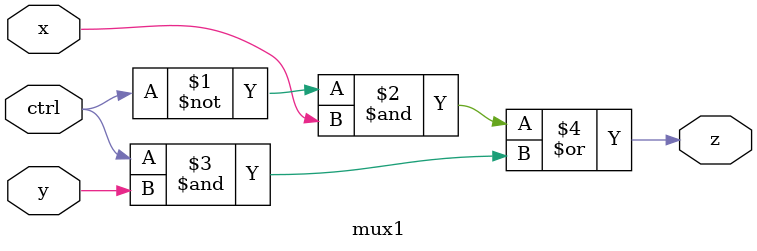
<source format=v>
module mux1(output z, input ctrl, input x, input y);
    //implemento un multiplexer da 2 ingressi da un bit
    //se ctrl = 1 allora x else y:
    assign
        z = (~ctrl & x) | (ctrl & y);
endmodule
</source>
